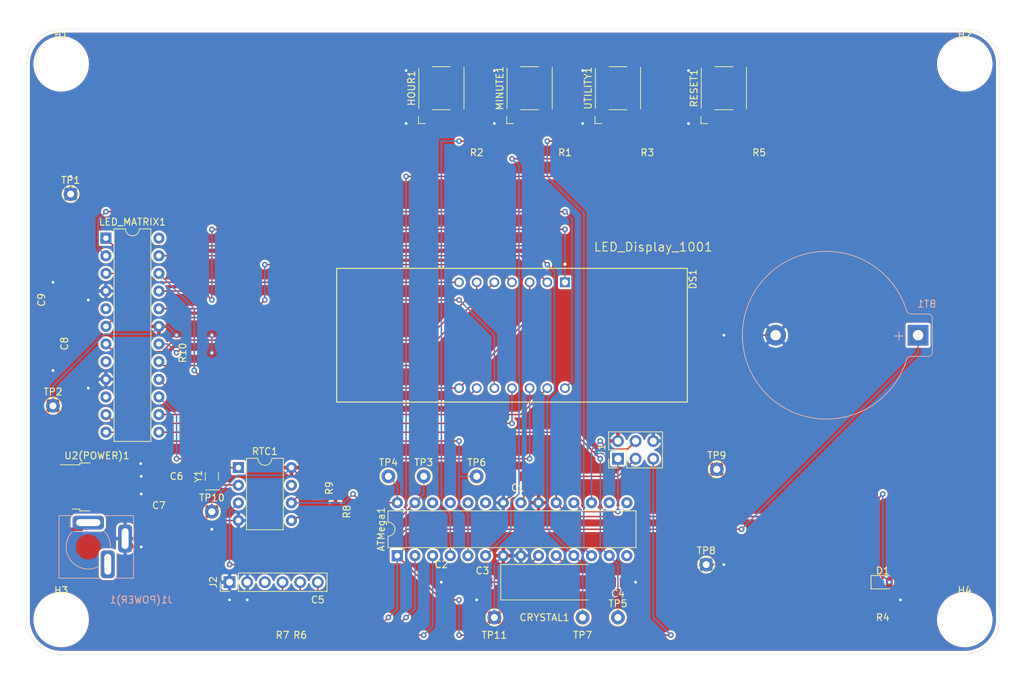
<source format=kicad_pcb>
(kicad_pcb (version 20211014) (generator pcbnew)
  (layers (0 "F.Cu" signal) (31 "B.Cu" signal) (34 "B.Paste" user) (35 "F.Paste" user) (36 "B.SilkS" user "B.Silkscreen") (37 "F.SilkS" user "F.Silkscreen") (38 "B.Mask" user) (39 "F.Mask" user) (44 "Edge.Cuts" user))
  (net 0 "")
  (net 1 "Net-(ATMega1-Pad9)")
  (net 2 "GND")
  (net 3 "VCC")
  (net 4 "Net-(ATMega1-Pad10)")
  (net 5 "Net-(ATMega1-Pad21)")
  (net 6 "~{RESET}")
  (net 7 "Net-(C5-Pad2)")
  (net 8 "Net-(C6-Pad1)")
  (net 9 "Net-(D1-Pad1)")
  (net 10 "LED_SCK")
  (net 11 "Net-(J2-Pad5)")
  (net 12 "Net-(J2-Pad4)")
  (net 14 "MINUTE_BUTTON")
  (net 15 "HOUR_BUTTON")
  (net 16 "BUTTON")
  (net 17 "RXD")
  (net 18 "TXD")
  (net 19 "MATRIX_CS")
  (net 20 "MATRIX_DIN")
  (net 21 "MATRIX_CLK")
  (net 22 "SDA")
  (net 23 "SCL")
  (net 37 "Net-(BT1-Pad1)")
  (net 38 "Net-(DS1-Pad1)")
  (net 39 "Net-(DS1-Pad2)")
  (net 40 "Net-(DS1-Pad3)")
  (net 41 "Net-(DS1-Pad4)")
  (net 42 "Net-(DS1-Pad5)")
  (net 43 "Net-(DS1-Pad6)")
  (net 44 "Net-(DS1-Pad7)")
  (net 45 "Net-(DS1-Pad9)")
  (net 46 "Net-(DS1-Pad10)")
  (net 47 "Net-(DS1-Pad11)")
  (net 48 "Net-(DS1-Pad12)")
  (net 49 "Net-(DS1-Pad13)")
  (net 50 "Net-(DS1-Pad14)")
  (net 51 "Net-(LED_MATRIX1-Pad18)")
  (net 52 "Net-(RTC1-Pad1)")
  (net 53 "Net-(RTC1-Pad2)")
  (net 54 "MISO")
  (net 55 "MOSI")
  (footprint "footprints:R_0805_2012Metric" (layer "F.Cu") (at 119.38 139.7 -90)
    (fp_text reference "R6")
    (fp_text value "R_0805_47")
  )
  (footprint "footprints:MountingHole_3.2mm_M3" (layer "F.Cu") (at 215 140)
    (fp_text reference "H4")
    (fp_text value "MountingHole")
  )
  (footprint "footprints:C_0805_2012Metric" (layer "F.Cu") (at 145.61 134.62)
    (fp_text reference "C3")
    (fp_text value "C_0805_22pf")
  )
  (footprint "footprints:C_0805_2012Metric" (layer "F.Cu") (at 99.06 121.92 180)
    (fp_text reference "C7")
    (fp_text value "C_0805_0.1uf")
  )
  (footprint "footprints:C_0805_2012Metric" (layer "F.Cu") (at 150.71 119.38 180)
    (fp_text reference "C1")
    (fp_text value "C_0805_0.1uf")
  )
  (footprint "footprints:R_0805_2012Metric" (layer "F.Cu") (at 116.84 139.7 -90)
    (fp_text reference "R7")
    (fp_text value "R_0805_47")
  )
  (footprint "footprints:R_0805_2012Metric" (layer "F.Cu") (at 104.14 101.6 90)
    (fp_text reference "R10")
    (fp_text value "R_0805_22K")
  )
  (footprint "footprints:R_0805_2012Metric" (layer "F.Cu") (at 169.33 71.12 180)
    (fp_text reference "R3")
    (fp_text value "R_0805_10K")
  )
  (footprint "footprints:R_0805_2012Metric" (layer "F.Cu") (at 203.2 137.16)
    (fp_text reference "R4")
    (fp_text value "R_0805_2.2K")
  )
  (footprint "footprints:TO-252-2" (layer "F.Cu") (at 90.15 120.905)
    (fp_text reference "U2(POWER)1")
    (fp_text value "L7805")
  )
  (footprint "footprints:DIP-24_W7.62mm" (layer "F.Cu") (at 91.44 85.085)
    (fp_text reference "LED_MATRIX1")
    (fp_text value "MAX7219")
  )
  (footprint "footprints:DIP-8_W7.62mm" (layer "F.Cu") (at 110.5 118.12)
    (fp_text reference "RTC1")
    (fp_text value "DS1307_DIP-8")
  )
  (footprint "footprints:TestPoint_THTPad_D2.0mm_Drill1.0mm" (layer "F.Cu") (at 177.8 132.08)
    (fp_text reference "TP8")
    (fp_text value "TestPoint")
  )
  (footprint "footprints:TestPoint_THTPad_D2.0mm_Drill1.0mm" (layer "F.Cu") (at 132.08 119.38)
    (fp_text reference "TP4")
    (fp_text value "TestPoint")
  )
  (footprint "footprints:MountingHole_3.2mm_M3" (layer "F.Cu") (at 215 60)
    (fp_text reference "H2")
    (fp_text value "MountingHole")
  )
  (footprint "footprints:MountingHole_3.2mm_M3" (layer "F.Cu") (at 85 140)
    (fp_text reference "H3")
    (fp_text value "MountingHole")
  )
  (footprint "footprints:C_0805_2012Metric" (layer "F.Cu") (at 121.92 139.7 90)
    (fp_text reference "C5")
    (fp_text value "C_0805_0.1uf")
  )
  (footprint "footprints:TestPoint_THTPad_D2.0mm_Drill1.0mm" (layer "F.Cu") (at 179.325 118.365)
    (fp_text reference "TP9")
    (fp_text value "TestPoint")
  )
  (footprint "footprints:TestPoint_THTPad_D2.0mm_Drill1.0mm" (layer "F.Cu") (at 144.78 119.38)
    (fp_text reference "TP6")
    (fp_text value "TestPoint")
  )
  (footprint "footprints:TestPoint_THTPad_D2.0mm_Drill1.0mm" (layer "F.Cu") (at 83.82 109.22)
    (fp_text reference "TP2")
    (fp_text value "TestPoint")
  )
  (footprint "footprints:R_0805_2012Metric" (layer "F.Cu") (at 124.46 124.46 -90)
    (fp_text reference "R8")
    (fp_text value "R_0805_4.7K")
  )
  (footprint "footprints:C_0805_2012Metric" (layer "F.Cu") (at 83.82 93.98 90)
    (fp_text reference "C9")
    (fp_text value "C_0805_10uf")
  )
  (footprint "footprints:TestPoint_THTPad_D2.0mm_Drill1.0mm" (layer "F.Cu") (at 106.68 124.46)
    (fp_text reference "TP10")
    (fp_text value "TestPoint")
  )
  (footprint "footprints:PinHeader_1x06_P2.54mm_Vertical" (layer "F.Cu") (at 109.22 134.62 90)
    (fp_text reference "J2")
    (fp_text value "Conn_01x06")
  )
  (footprint "footprints:MountingHole_3.2mm_M3" (layer "F.Cu") (at 85 60)
    (fp_text reference "H1")
    (fp_text value "MountingHole")
  )
  (footprint "footprints:C_0805_2012Metric" (layer "F.Cu") (at 165.1 134.62 180)
    (fp_text reference "C4")
    (fp_text value "C_0805_22pf")
  )
  (footprint "footprints:TestPoint_THTPad_D2.0mm_Drill1.0mm" (layer "F.Cu") (at 160.02 139.7)
    (fp_text reference "TP7")
    (fp_text value "TestPoint")
  )
  (footprint "footprints:SW_SPST_Omron_B3FS-100xP" (layer "F.Cu") (at 139.7 63.5 90)
    (fp_text reference "HOUR1")
    (fp_text value "Omron_B3F_SPST")
  )
  (footprint "footprints:C_0805_2012Metric" (layer "F.Cu") (at 83.82 100.276922 -90)
    (fp_text reference "C8")
    (fp_text value "C_0805_0.1uf")
  )
  (footprint "footprints:R_0805_2012Metric" (layer "F.Cu") (at 157.48 71.12 180)
    (fp_text reference "R1")
    (fp_text value "R_0805_10K")
  )
  (footprint "footprints:R_0805_2012Metric" (layer "F.Cu") (at 185.42 71.12 180)
    (fp_text reference "R5")
    (fp_text value "R_0805_10K")
  )
  (footprint "footprints:DIP-28_W7.62mm" (layer "F.Cu") (at 133.36 130.8 90)
    (fp_text reference "ATMega1")
    (fp_text value "ATmega328-PU")
  )
  (footprint "footprints:PinHeader_2x03_P2.54mm_Vertical" (layer "F.Cu") (at 165.1 116.84 90)
    (fp_text reference "J1")
    (fp_text value "Conn_02x03_Odd_Even")
  )
  (footprint "footprints:SW_SPST_Omron_B3FS-100xP" (layer "F.Cu") (at 165.1 63.5 90)
    (fp_text reference "UTILITY1")
    (fp_text value "Omron_B3F_SPST")
  )
  (footprint "footprints:LED_0805_2012Metric" (layer "F.Cu") (at 203.2 134.62)
    (fp_text reference "D1")
    (fp_text value "LED_0805")
  )
  (footprint "footprints:TestPoint_THTPad_D2.0mm_Drill1.0mm" (layer "F.Cu") (at 86.36 78.74)
    (fp_text reference "TP1")
    (fp_text value "TestPoint")
  )
  (footprint "footprints:R_0805_2012Metric" (layer "F.Cu") (at 144.78 71.12 180)
    (fp_text reference "R2")
    (fp_text value "R_0805_10K")
  )
  (footprint "footprints:SW_SPST_Omron_B3FS-100xP" (layer "F.Cu") (at 180.34 63.5 90)
    (fp_text reference "RESET1")
    (fp_text value "Omron_B3F_SPST")
  )
  (footprint "footprints:Adafruit-1001-0-0-MFG" (layer "F.Cu") (at 149.86 99.06 -90)
    (fp_text reference "DS1")
    (fp_text value "LED_Display_1001")
  )
  (footprint "footprints:SW_SPST_Omron_B3FS-100xP" (layer "F.Cu") (at 152.4 63.5 90)
    (fp_text reference "MINUTE1")
    (fp_text value "Omron_B3F_SPST")
  )
  (footprint "footprints:R_0805_2012Metric" (layer "F.Cu") (at 121.92 121.07 -90)
    (fp_text reference "R9")
    (fp_text value "R_0805_4.7K")
  )
  (footprint "footprints:Crystal_SMD_2Pin_3.2x1.5mm" (layer "F.Cu") (at 106.68 119.38 90)
    (fp_text reference "Y1")
    (fp_text value "Crystal_32768Hz")
  )
  (footprint "footprints:C_0805_2012Metric" (layer "F.Cu") (at 99.06 119.38 180)
    (fp_text reference "C6")
    (fp_text value "C_0805_1uf")
  )
  (footprint "footprints:C_0805_2012Metric" (layer "F.Cu") (at 142.24 134.62 -90)
    (fp_text reference "C2")
    (fp_text value "C_0805_0.1uf")
  )
  (footprint "footprints:TestPoint_THTPad_D2.0mm_Drill1.0mm" (layer "F.Cu") (at 137.16 119.38)
    (fp_text reference "TP3")
    (fp_text value "TestPoint")
  )
  (footprint "footprints:TestPoint_THTPad_D2.0mm_Drill1.0mm" (layer "F.Cu") (at 165.1 139.7)
    (fp_text reference "TP5")
    (fp_text value "TestPoint")
  )
  (footprint "footprints:Crystal_SMD_HC49-SD" (layer "F.Cu") (at 154.94 134.62)
    (fp_text reference "CRYSTAL1")
    (fp_text value "Crystal_16MHz")
  )
  (footprint "footprints:TestPoint_THTPad_D2.0mm_Drill1.0mm" (layer "F.Cu") (at 147.32 139.7)
    (fp_text reference "TP11")
    (fp_text value "TestPoint")
  )
  (footprint "footprints:Wurth-694106402002" (layer "B.Cu") (at 88.9 129.54 -90)
    (fp_text reference "J1(POWER)1")
    (fp_text value "PJ-102AH" hide)
  )
  (footprint "footprints:BatteryHolder_Keystone_106_1x20mm" (layer "B.Cu") (at 208.28 99.06 180)
    (fp_text reference "BT1")
    (fp_text value "Battery_Cell")
  )
  (gr_line locked (start 220 60) (end 220 140) (layer "Edge.Cuts") (width 0.05))
  (gr_line locked (start 80 60) (end 80 140) (layer "Edge.Cuts") (width 0.05))
  (gr_arc locked (start 80 60) (mid 81.464466 56.464466) (end 85 55) (layer "Edge.Cuts") (width 0.05))
  (gr_arc locked (start 85 145) (mid 81.464466 143.535534) (end 80 140) (layer "Edge.Cuts") (width 0.05))
  (gr_arc locked (start 220 140) (mid 218.535534 143.535534) (end 215 145) (layer "Edge.Cuts") (width 0.05))
  (gr_line locked (start 215 55) (end 85 55) (layer "Edge.Cuts") (width 0.05))
  (gr_arc locked (start 215 55) (mid 218.535534 56.464466) (end 220 60) (layer "Edge.Cuts") (width 0.05))
  (gr_line locked (start 215 145) (end 85 145) (layer "Edge.Cuts") (width 0.05))
  (gr_text "LIL BEN" (at 200.66 68.58) (layer "F.Cu") (effects (font (size 1.5 1.5) (thickness 0.3))))
  (segment (start 150.69 134.62) (end 150.69 133.79) (width 0.2032) (layer "F.Cu") (net 1))
  (segment (start 146.46 134.62) (end 150.69 134.62) (width 0.2032) (layer "F.Cu") (net 1))
  (segment (start 150.69 133.79) (end 153.68 130.8) (width 0.2032) (layer "F.Cu") (net 1))
  (segment (start 98.21 119.38) (end 96.442459 117.612459) (width 0.2032) (layer "F.Cu") (net 2))
  (segment (start 91.44 92.705) (end 90.175 92.705) (width 0.2032) (layer "F.Cu") (net 2))
  (segment (start 149.86 121.92) (end 148.6 123.18) (width 0.2032) (layer "F.Cu") (net 2))
  (segment (start 187.79 99.06) (end 180.34 99.06) (width 0.2032) (layer "F.Cu") (net 2))
  (segment (start 144.76 137.14) (end 144.78 137.16) (width 0.2032) (layer "F.Cu") (net 2))
  (segment (start 204.05 137.16) (end 205.74 137.16) (width 0.2032) (layer "F.Cu") (net 2))
  (segment (start 111.76 134.62) (end 111.76 137.16) (width 0.2032) (layer "F.Cu") (net 2))
  (segment (start 135.7 67.5) (end 134.62 68.58) (width 0.2032) (layer "F.Cu") (net 2))
  (segment (start 90.175 105.405) (end 88.9 106.68) (width 0.2032) (layer "F.Cu") (net 2))
  (segment (start 137.45 59.5) (end 136.08 59.5) (width 0.2032) (layer "F.Cu") (net 2))
  (segment (start 110.5 125.74) (end 107.94 125.74) (width 0.2032) (layer "F.Cu") (net 2))
  (segment (start 142.24 135.47) (end 140.55 135.47) (width 0.2032) (layer "F.Cu") (net 2))
  (segment (start 162.85 59.5) (end 161.48 59.5) (width 0.2032) (layer "F.Cu") (net 2))
  (segment (start 90.175 92.705) (end 88.9 93.98) (width 0.2032) (layer "F.Cu") (net 2))
  (segment (start 149.86 119.38) (end 149.86 121.92) (width 0.2032) (layer "F.Cu") (net 2))
  (segment (start 176.34 67.5) (end 175.26 68.58) (width 0.2032) (layer "F.Cu") (net 2))
  (segment (start 177.8 132.08) (end 180.34 132.08) (width 0.2032) (layer "F.Cu") (net 2))
  (segment (start 162.85 67.5) (end 161.1 67.5) (width 0.2032) (layer "F.Cu") (net 2))
  (segment (start 95.400012 129.54) (end 96.52 129.54) (width 0.508) (layer "F.Cu") (net 2))
  (segment (start 136.08 59.5) (end 134.62 60.96) (width 0.2032) (layer "F.Cu") (net 2))
  (segment (start 176.72 59.5) (end 175.26 60.96) (width 0.2032) (layer "F.Cu") (net 2))
  (segment (start 93.774997 119.38) (end 96.52 119.38) (width 0.508) (layer "F.Cu") (net 2))
  (segment (start 178.09 67.5) (end 176.34 67.5) (width 0.2032) (layer "F.Cu") (net 2))
  (segment (start 109.22 134.62) (end 109.22 137.16) (width 0.2032) (layer "F.Cu") (net 2))
  (segment (start 96.442459 117.612459) (end 96.442459 117.5507) (width 0.2032) (layer "F.Cu") (net 2))
  (segment (start 91.44 105.405) (end 90.175 105.405) (width 0.2032) (layer "F.Cu") (net 2))
  (segment (start 137.45 67.5) (end 135.7 67.5) (width 0.2032) (layer "F.Cu") (net 2))
  (segment (start 148.78 59.5) (end 147.32 60.96) (width 0.2032) (layer "F.Cu") (net 2))
  (segment (start 83.82 101.126922) (end 83.82 104.14) (width 0.2032) (layer "F.Cu") (net 2))
  (segment (start 86.36 78.74) (end 86.36 76.2) (width 0.2032) (layer "F.Cu") (net 2))
  (segment locked (start 98.209989 121.92) (end 96.52 121.92) (width 0.508) (layer "F.Cu") (net 2))
  (segment (start 178.09 59.5) (end 176.72 59.5) (width 0.2032) (layer "F.Cu") (net 2))
  (segment (start 165.95 134.62) (end 167.64 134.62) (width 0.2032) (layer "F.Cu") (net 2))
  (segment (start 161.1 67.5) (end 160.02 68.58) (width 0.2032) (layer "F.Cu") (net 2))
  (segment (start 161.48 59.5) (end 160.02 60.96) (width 0.2032) (layer "F.Cu") (net 2))
  (segment (start 83.82 93.13) (end 83.82 91.44) (width 0.2032) (layer "F.Cu") (net 2))
  (segment (start 150.15 67.5) (end 148.4 67.5) (width 0.2032) (layer "F.Cu") (net 2))
  (segment (start 148.4 67.5) (end 147.32 68.58) (width 0.2032) (layer "F.Cu") (net 2))
  (segment (start 94.199989 128.340002) (end 95.400012 129.54) (width 0.508) (layer "F.Cu") (net 2))
  (segment (start 150.15 59.5) (end 148.78 59.5) (width 0.2032) (layer "F.Cu") (net 2))
  (segment (start 144.76 134.62) (end 144.76 137.14) (width 0.2032) (layer "F.Cu") (net 2))
  (segment (start 107.94 125.74) (end 106.68 127) (width 0.2032) (layer "F.Cu") (net 2))
  (segment (start 140.55 135.47) (end 139.7 134.62) (width 0.2032) (layer "F.Cu") (net 2))
  (segment (start 92.25 120.905) (end 93.775 119.38) (width 0.2032) (layer "F.Cu") (net 2))
  (via (at 180.34 99.06) (size 0.8128) (drill 0.4064) (layers "F.Cu" "B.Cu") (net 2))
  (via (at 83.82 104.14) (size 0.8128) (drill 0.4064) (layers "F.Cu" "B.Cu") (net 2))
  (via (at 134.62 68.58) (size 0.8128) (drill 0.4064) (layers "F.Cu" "B.Cu") (net 2))
  (via (at 96.52 119.38) (size 0.8128) (drill 0.4064) (layers "F.Cu" "B.Cu") (net 2))
  (via (at 96.442459 117.5507) (size 0.8128) (drill 0.4064) (layers "F.Cu" "B.Cu") (net 2))
  (via (at 147.32 60.96) (size 0.8128) (drill 0.4064) (layers "F.Cu" "B.Cu") (net 2))
  (via (at 109.22 137.16) (size 0.8128) (drill 0.4064) (layers "F.Cu" "B.Cu") (net 2))
  (via (at 175.26 60.96) (size 0.8128) (drill 0.4064) (layers "F.Cu" "B.Cu") (net 2))
  (via (at 88.9 93.98) (size 0.8128) (drill 0.4064) (layers "F.Cu" "B.Cu") (net 2))
  (via (at 139.7 134.62) (size 0.8128) (drill 0.4064) (layers "F.Cu" "B.Cu") (net 2))
  (via (at 144.78 137.16) (size 0.8128) (drill 0.4064) (layers "F.Cu" "B.Cu") (net 2))
  (via (at 160.02 60.96) (size 0.8128) (drill 0.4064) (layers "F.Cu" "B.Cu") (net 2))
  (via (at 134.62 60.96) (size 0.8128) (drill 0.4064) (layers "F.Cu" "B.Cu") (net 2))
  (via (at 160.02 68.58) (size 0.8128) (drill 0.4064) (layers "F.Cu" "B.Cu") (net 2))
  (via (at 147.32 68.58) (size 0.8128) (drill 0.4064) (layers "F.Cu" "B.Cu") (net 2))
  (via (at 167.64 134.62) (size 0.8128) (drill 0.4064) (layers "F.Cu" "B.Cu") (net 2))
  (via (at 96.52 129.54) (size 0.8128) (drill 0.4064) (layers "F.Cu" "B.Cu") (net 2))
  (via (at 180.34 132.08) (size 0.8128) (drill 0.4064) (layers "F.Cu" "B.Cu") (net 2))
  (via (at 88.9 106.68) (size 0.8128) (drill 0.4064) (layers "F.Cu" "B.Cu") (net 2))
  (via (at 111.76 137.16) (size 0.8128) (drill 0.4064) (layers "F.Cu" "B.Cu") (net 2))
  (via (at 83.82 91.44) (size 0.8128) (drill 0.4064) (layers "F.Cu" "B.Cu") (net 2))
  (via (at 96.52 121.92) (size 0.8128) (drill 0.4064) (layers "F.Cu" "B.Cu") (net 2))
  (via (at 86.36 76.2) (size 0.8128) (drill 0.4064) (layers "F.Cu" "B.Cu") (net 2))
  (via (at 106.68 127) (size 0.8128) (drill 0.4064) (layers "F.Cu" "B.Cu") (net 2))
  (via (at 205.74 137.16) (size 0.8128) (drill 0.4064) (layers "F.Cu" "B.Cu") (net 2))
  (via (at 175.26 68.58) (size 0.8128) (drill 0.4064) (layers "F.Cu" "B.Cu") (net 2))
  (segment (start 144.105689 131.904311) (end 147.495689 131.904311) (width 0.2032) (layer "F.Cu") (net 3))
  (segment (start 106.68 99.06) (end 101.6 99.06) (width 0.2032) (layer "F.Cu") (net 3))
  (segment (start 142.24 133.77) (end 144.105689 131.904311) (width 0.2032) (layer "F.Cu") (net 3))
  (segment (start 105.83 102.45) (end 106.68 101.6) (width 0.2032) (layer "F.Cu") (net 3))
  (segment (start 120.22 120.22) (end 118.12 118.12) (width 0.2032) (layer "F.Cu") (net 3))
  (segment (start 147.495689 131.904311) (end 148.6 130.8) (width 0.2032) (layer "F.Cu") (net 3))
  (segment (start 121.92 120.22) (end 120.22 120.22) (width 0.2032) (layer "F.Cu") (net 3))
  (segment (start 123.2 118.12) (end 118.12 118.12) (width 0.2032) (layer "F.Cu") (net 3))
  (segment (start 124.46 123.61) (end 124.46 119.38) (width 0.2032) (layer "F.Cu") (net 3))
  (segment (start 124.46 119.38) (end 123.2 118.12) (width 0.2032) (layer "F.Cu") (net 3))
  (segment (start 104.14 102.45) (end 105.83 102.45) (width 0.2032) (layer "F.Cu") (net 3))
  (via (at 106.68 99.06) (size 0.8128) (drill 0.4064) (layers "F.Cu" "B.Cu") (net 3))
  (via (at 106.68 101.6) (size 0.8128) (drill 0.4064) (layers "F.Cu" "B.Cu") (net 3))
  (via (at 101.6 99.06) (size 0.8128) (drill 0.4064) (layers "F.Cu" "B.Cu") (net 3))
  (segment (start 83.82 109.22) (end 83.82 106.383267) (width 0.2032) (layer "B.Cu") (net 3))
  (segment (start 91.313956 98.889311) (end 97.955689 98.889311) (width 0.2032) (layer "B.Cu") (net 3))
  (segment (start 117.015689 119.224311) (end 118.12 118.12) (width 0.2032) (layer "B.Cu") (net 3))
  (segment (start 106.68 122.918267) (end 110.373956 119.224311) (width 0.2032) (layer "B.Cu") (net 3))
  (segment (start 110.373956 119.224311) (end 117.015689 119.224311) (width 0.2032) (layer "B.Cu") (net 3))
  (segment (start 99.06 97.785) (end 100.325 97.785) (width 0.2032) (layer "B.Cu") (net 3))
  (segment (start 147.32 132.08) (end 148.6 130.8) (width 0.2032) (layer "B.Cu") (net 3))
  (segment (start 100.325 97.785) (end 101.6 99.06) (width 0.2032) (layer "B.Cu") (net 3))
  (segment (start 147.32 139.7) (end 147.32 132.08) (width 0.2032) (layer "B.Cu") (net 3))
  (segment (start 97.955689 98.889311) (end 99.06 97.785) (width 0.2032) (layer "B.Cu") (net 3))
  (segment (start 106.68 101.6) (end 106.68 99.06) (width 0.2032) (layer "B.Cu") (net 3))
  (segment (start 106.68 124.46) (end 106.68 122.918267) (width 0.2032) (layer "B.Cu") (net 3))
  (segment (start 83.82 106.383267) (end 91.313956 98.889311) (width 0.2032) (layer "B.Cu") (net 3))
  (segment (start 159.19 134.62) (end 159.19 133.77) (width 0.2032) (layer "F.Cu") (net 4))
  (segment (start 159.19 133.77) (end 156.22 130.8) (width 0.2032) (layer "F.Cu") (net 4))
  (segment (start 159.19 134.62) (end 164.25 134.62) (width 0.2032) (layer "F.Cu") (net 4))
  (segment (start 151.56 122.76) (end 151.14 123.18) (width 0.2032) (layer "F.Cu") (net 5))
  (segment (start 151.56 119.38) (end 151.56 122.76) (width 0.2032) (layer "F.Cu") (net 5))
  (segment (start 180.34 76.2) (end 134.62 76.2) (width 0.2032) (layer "F.Cu") (net 6))
  (segment (start 172.72 142.24) (end 142.24 142.24) (width 0.2032) (layer "F.Cu") (net 6))
  (segment (start 184.57 71.97) (end 180.34 76.2) (width 0.2032) (layer "F.Cu") (net 6))
  (segment (start 142.24 137.16) (end 139.72 137.16) (width 0.2032) (layer "F.Cu") (net 6))
  (segment (start 182.59 59.5) (end 182.59 67.5) (width 0.2032) (layer "F.Cu") (net 6))
  (segment (start 182.59 67.5) (end 182.59 69.14) (width 0.2032) (layer "F.Cu") (net 6))
  (segment (start 184.57 71.12) (end 184.57 71.97) (width 0.2032) (layer "F.Cu") (net 6))
  (segment (start 131.23 140.55) (end 132.08 139.7) (width 0.2032) (layer "F.Cu") (net 6))
  (segment (start 182.59 69.14) (end 184.57 71.12) (width 0.2032) (layer "F.Cu") (net 6))
  (segment (start 139.72 137.16) (end 133.36 130.8) (width 0.2032) (layer "F.Cu") (net 6))
  (segment (start 121.92 140.55) (end 131.23 140.55) (width 0.2032) (layer "F.Cu") (net 6))
  (via (at 134.62 76.2) (size 0.8128) (drill 0.4064) (layers "F.Cu" "B.Cu") (net 6))
  (via (at 132.08 139.7) (size 0.8128) (drill 0.4064) (layers "F.Cu" "B.Cu") (net 6))
  (via (at 142.24 142.24) (size 0.8128) (drill 0.4064) (layers "F.Cu" "B.Cu") (net 6))
  (via (at 172.72 142.24) (size 0.8128) (drill 0.4064) (layers "F.Cu" "B.Cu") (net 6))
  (via (at 142.24 137.16) (size 0.8128) (drill 0.4064) (layers "F.Cu" "B.Cu") (net 6))
  (segment (start 132.08 139.7) (end 133.36 138.42) (width 0.2032) (layer "B.Cu") (net 6))
  (segment (start 142.24 142.24) (end 142.24 137.16) (width 0.2032) (layer "B.Cu") (net 6))
  (segment (start 134.62 129.54) (end 133.36 130.8) (width 0.2032) (layer "B.Cu") (net 6))
  (segment (start 134.62 76.2) (end 134.62 129.54) (width 0.2032) (layer "B.Cu") (net 6))
  (segment (start 170.18 139.7) (end 172.72 142.24) (width 0.2032) (layer "B.Cu") (net 6))
  (segment (start 133.36 138.42) (end 133.36 130.8) (width 0.2032) (layer "B.Cu") (net 6))
  (segment (start 170.18 116.84) (end 170.18 139.7) (width 0.2032) (layer "B.Cu") (net 6))
  (segment (start 121.92 138.85) (end 121.92 134.62) (width 0.2032) (layer "F.Cu") (net 7))
  (segment (start 87.94 127) (end 88.9 126.04) (width 0.508) (layer "F.Cu") (net 8))
  (segment (start 83.82 127) (end 87.94 127) (width 0.508) (layer "F.Cu") (net 8))
  (segment (start 86.36 114.3) (end 85.95 114.71) (width 0.2032) (layer "F.Cu") (net 8))
  (segment locked (start 85.949993 118.62501) (end 84.57499 118.62501) (width 0.508) (layer "F.Cu") (net 8))
  (segment (start 94.955 114.3) (end 86.36 114.3) (width 0.2032) (layer "F.Cu") (net 8))
  (segment (start 99.91 119.38) (end 99.91 119.255) (width 0.2032) (layer "F.Cu") (net 8))
  (segment (start 99.91 119.255) (end 94.955 114.3) (width 0.2032) (layer "F.Cu") (net 8))
  (segment locked (start 84.57499 118.62501) (end 83.82 119.38) (width 0.508) (layer "F.Cu") (net 8))
  (segment locked (start 83.82 119.38) (end 83.82 127) (width 0.508) (layer "F.Cu") (net 8))
  (segment (start 85.95 114.71) (end 85.95 118.625) (width 0.2032) (layer "F.Cu") (net 8))
  (segment locked (start 202.35 137.16) (end 202.35 134.7075) (width 0.2032) (layer "F.Cu") (net 9))
  (segment (start 202.35 134.7075) (end 202.2625 134.62) (width 0.2032) (layer "F.Cu") (net 9))
  (segment (start 156.22 120.64) (end 156.22 123.18) (width 0.2032) (layer "F.Cu") (net 10))
  (segment (start 157.48 119.38) (end 156.22 120.64) (width 0.2032) (layer "F.Cu") (net 10))
  (segment (start 156.22 123.18) (end 158.210701 125.170701) (width 0.2032) (layer "F.Cu") (net 10))
  (segment (start 167.64 116.84) (end 165.1 119.38) (width 0.2032) (layer "F.Cu") (net 10))
  (segment (start 165.1 119.38) (end 157.48 119.38) (width 0.2032) (layer "F.Cu") (net 10))
  (segment (start 158.210701 125.170701) (end 199.949299 125.170701) (width 0.2032) (layer "F.Cu") (net 10))
  (segment (start 199.949299 125.170701) (end 203.2 121.92) (width 0.2032) (layer "F.Cu") (net 10))
  (via (at 203.2 121.92) (size 0.8128) (drill 0.4064) (layers "F.Cu" "B.Cu") (net 10))
  (via (at 204.1375 134.62) (size 0.8128) (drill 0.4064) (layers "F.Cu" "B.Cu") (net 10))
  (segment (start 203.2 121.92) (end 203.2 133.6825) (width 0.2032) (layer "B.Cu") (net 10))
  (segment (start 203.2 133.6825) (end 204.1375 134.62) (width 0.2032) (layer "B.Cu") (net 10))
  (segment (start 119.38 138.85) (end 119.38 134.62) (width 0.2032) (layer "F.Cu") (net 11))
  (segment (start 116.84 138.85) (end 116.84 134.62) (width 0.2032) (layer "F.Cu") (net 12))
  (segment (start 154.65 59.5) (end 154.65 67.5) (width 0.2032) (layer "F.Cu") (net 14))
  (segment (start 156.63 71.12) (end 156.63 69.48) (width 0.2032) (layer "F.Cu") (net 14))
  (segment (start 156.63 71.12) (end 154.94 71.12) (width 0.2032) (layer "F.Cu") (net 14))
  (segment (start 156.63 69.48) (end 154.65 67.5) (width 0.2032) (layer "F.Cu") (net 14))
  (via (at 154.94 71.12) (size 0.8128) (drill 0.4064) (layers "F.Cu" "B.Cu") (net 14))
  (segment (start 160.195689 129.695689) (end 161.3 130.8) (width 0.2032) (layer "B.Cu") (net 14))
  (segment (start 154.94 71.12) (end 154.94 76.2) (width 0.2032) (layer "B.Cu") (net 14))
  (segment (start 160.195689 81.455689) (end 160.195689 129.695689) (width 0.2032) (layer "B.Cu") (net 14))
  (segment (start 154.94 76.2) (end 160.195689 81.455689) (width 0.2032) (layer "B.Cu") (net 14))
  (segment (start 143.93 71.12) (end 143.93 69.48) (width 0.2032) (layer "F.Cu") (net 15))
  (segment (start 141.95 59.5) (end 141.95 67.5) (width 0.2032) (layer "F.Cu") (net 15))
  (segment (start 143.93 71.12) (end 142.24 71.12) (width 0.2032) (layer "F.Cu") (net 15))
  (segment (start 143.93 69.48) (end 141.95 67.5) (width 0.2032) (layer "F.Cu") (net 15))
  (via (at 142.24 71.12) (size 0.8128) (drill 0.4064) (layers "F.Cu" "B.Cu") (net 15))
  (segment (start 142.24 71.12) (end 139.7 71.12) (width 0.2032) (layer "B.Cu") (net 15))
  (segment (start 139.7 71.12) (end 139.7 123.461733) (width 0.2032) (layer "B.Cu") (net 15))
  (segment (start 140.98 124.741733) (end 140.98 130.8) (width 0.2032) (layer "B.Cu") (net 15))
  (segment (start 139.7 123.461733) (end 140.98 124.741733) (width 0.2032) (layer "B.Cu") (net 15))
  (segment (start 168.48 71.12) (end 162.56 71.12) (width 0.2032) (layer "F.Cu") (net 16))
  (segment (start 168.48 68.63) (end 167.35 67.5) (width 0.2032) (layer "F.Cu") (net 16))
  (segment (start 167.35 59.5) (end 167.35 67.5) (width 0.2032) (layer "F.Cu") (net 16))
  (segment (start 160.02 73.66) (end 149.86 73.66) (width 0.2032) (layer "F.Cu") (net 16))
  (segment (start 168.48 71.12) (end 168.48 68.63) (width 0.2032) (layer "F.Cu") (net 16))
  (segment (start 162.56 71.12) (end 160.02 73.66) (width 0.2032) (layer "F.Cu") (net 16))
  (via (at 149.86 73.66) (size 0.8128) (drill 0.4064) (layers "F.Cu" "B.Cu") (net 16))
  (segment (start 149.704311 127.155689) (end 146.06 130.8) (width 0.2032) (layer "B.Cu") (net 16))
  (segment (start 149.704311 123.053956) (end 149.704311 127.155689) (width 0.2032) (layer "B.Cu") (net 16))
  (segment (start 150.864311 74.664311) (end 150.864311 121.893956) (width 0.2032) (layer "B.Cu") (net 16))
  (segment (start 150.864311 121.893956) (end 149.704311 123.053956) (width 0.2032) (layer "B.Cu") (net 16))
  (segment (start 149.86 73.66) (end 150.864311 74.664311) (width 0.2032) (layer "B.Cu") (net 16))
  (segment (start 132.890689 141.429311) (end 134.62 139.7) (width 0.2032) (layer "F.Cu") (net 17))
  (segment (start 120.259311 141.429311) (end 132.890689 141.429311) (width 0.2032) (layer "F.Cu") (net 17))
  (segment (start 119.38 140.55) (end 120.259311 141.429311) (width 0.2032) (layer "F.Cu") (net 17))
  (via (at 134.62 139.7) (size 0.8128) (drill 0.4064) (layers "F.Cu" "B.Cu") (net 17))
  (segment (start 134.62 139.7) (end 135.9 138.42) (width 0.2032) (layer "B.Cu") (net 17))
  (segment (start 135.9 138.42) (end 135.9 130.8) (width 0.2032) (layer "B.Cu") (net 17))
  (segment (start 118.53 142.24) (end 137.16 142.24) (width 0.2032) (layer "F.Cu") (net 18))
  (segment (start 116.84 140.55) (end 118.53 142.24) (width 0.2032) (layer "F.Cu") (net 18))
  (via (at 137.16 142.24) (size 0.8128) (drill 0.4064) (layers "F.Cu" "B.Cu") (net 18))
  (segment (start 138.44 140.96) (end 138.44 130.8) (width 0.2032) (layer "B.Cu") (net 18))
  (segment (start 137.16 142.24) (end 138.44 140.96) (width 0.2032) (layer "B.Cu") (net 18))
  (segment (start 95.529044 114.3) (end 142.24 114.3) (width 0.2032) (layer "F.Cu") (net 19))
  (segment (start 91.44 113.025) (end 94.254044 113.025) (width 0.2032) (layer "F.Cu") (net 19))
  (segment (start 94.254044 113.025) (end 95.529044 114.3) (width 0.2032) (layer "F.Cu") (net 19))
  (via (at 142.24 114.3) (size 0.8128) (drill 0.4064) (layers "F.Cu" "B.Cu") (net 19))
  (segment (start 144.78 119.38) (end 142.24 119.38) (width 0.2032) (layer "B.Cu") (net 19))
  (segment (start 142.24 123.461733) (end 143.52 124.741733) (width 0.2032) (layer "B.Cu") (net 19))
  (segment (start 142.24 114.3) (end 142.24 123.461733) (width 0.2032) (layer "B.Cu") (net 19))
  (segment (start 143.52 124.741733) (end 143.52 130.8) (width 0.2032) (layer "B.Cu") (net 19))
  (segment (start 91.44 85.085) (end 92.544311 86.189311) (width 0.2032) (layer "F.Cu") (net 20))
  (segment (start 152.229311 86.189311) (end 154.94 88.9) (width 0.2032) (layer "F.Cu") (net 20))
  (segment (start 92.544311 86.189311) (end 152.229311 86.189311) (width 0.2032) (layer "F.Cu") (net 20))
  (via (at 154.94 88.9) (size 0.8128) (drill 0.4064) (layers "F.Cu" "B.Cu") (net 20))
  (segment (start 155.944311 89.904311) (end 154.94 88.9) (width 0.2032) (layer "B.Cu") (net 20))
  (segment (start 154.96 127) (end 154.94 127) (width 0.2032) (layer "B.Cu") (net 20))
  (segment (start 160.02 139.7) (end 160.02 132.06) (width 0.2032) (layer "B.Cu") (net 20))
  (segment (start 155.944311 107.096) (end 155.944311 89.904311) (width 0.2032) (layer "B.Cu") (net 20))
  (segment (start 160.02 132.06) (end 158.76 130.8) (width 0.2032) (layer "B.Cu") (net 20))
  (segment (start 158.76 130.8) (end 154.96 127) (width 0.2032) (layer "B.Cu") (net 20))
  (segment (start 154.94 108.100311) (end 155.944311 107.096) (width 0.2032) (layer "B.Cu") (net 20))
  (segment (start 154.94 127) (end 154.94 108.100311) (width 0.2032) (layer "B.Cu") (net 20))
  (segment (start 158.745 113.025) (end 162.56 116.84) (width 0.2032) (layer "F.Cu") (net 21))
  (segment (start 99.06 113.025) (end 158.745 113.025) (width 0.2032) (layer "F.Cu") (net 21))
  (via (at 162.56 116.84) (size 0.8128) (drill 0.4064) (layers "F.Cu" "B.Cu") (net 21))
  (segment (start 162.56 116.84) (end 162.56 129.52) (width 0.2032) (layer "B.Cu") (net 21))
  (segment (start 165.1 132.06) (end 163.84 130.8) (width 0.2032) (layer "B.Cu") (net 21))
  (segment (start 165.1 139.7) (end 165.1 132.06) (width 0.2032) (layer "B.Cu") (net 21))
  (segment (start 162.56 129.52) (end 163.84 130.8) (width 0.2032) (layer "B.Cu") (net 21))
  (segment (start 135.9 123.18) (end 133.77 125.31) (width 0.2032) (layer "F.Cu") (net 22))
  (segment (start 133.77 125.31) (end 124.46 125.31) (width 0.2032) (layer "F.Cu") (net 22))
  (segment (start 118.55 125.31) (end 118.12 125.74) (width 0.2032) (layer "F.Cu") (net 22))
  (segment (start 124.46 125.31) (end 118.55 125.31) (width 0.2032) (layer "F.Cu") (net 22))
  (segment (start 137.16 119.38) (end 137.16 121.92) (width 0.2032) (layer "B.Cu") (net 22))
  (segment (start 137.16 121.92) (end 135.9 123.18) (width 0.2032) (layer "B.Cu") (net 22))
  (segment (start 133.36 123.18) (end 128.26 123.18) (width 0.2032) (layer "F.Cu") (net 23))
  (segment (start 128.26 123.18) (end 127 121.92) (width 0.2032) (layer "F.Cu") (net 23))
  (segment (start 119.4 121.92) (end 118.12 123.2) (width 0.2032) (layer "F.Cu") (net 23))
  (segment (start 121.92 121.92) (end 119.4 121.92) (width 0.2032) (layer "F.Cu") (net 23))
  (via (at 127 121.92) (size 0.8128) (drill 0.4064) (layers "F.Cu" "B.Cu") (net 23))
  (segment (start 127 121.92) (end 125.72 123.2) (width 0.2032) (layer "B.Cu") (net 23))
  (segment (start 133.36 120.66) (end 133.36 123.18) (width 0.2032) (layer "B.Cu") (net 23))
  (segment (start 132.08 119.38) (end 133.36 120.66) (width 0.2032) (layer "B.Cu") (net 23))
  (segment (start 125.72 123.2) (end 118.12 123.2) (width 0.2032) (layer "B.Cu") (net 23))
  (segment (start 129.54 132.08) (end 109.22 132.08) (width 0.2032) (layer "F.Cu") (net 37))
  (segment (start 182.88 127) (end 134.62 127) (width 0.2032) (layer "F.Cu") (net 37))
  (segment (start 134.62 127) (end 129.54 132.08) (width 0.2032) (layer "F.Cu") (net 37))
  (via (at 182.88 127) (size 0.8128) (drill 0.4064) (layers "F.Cu" "B.Cu") (net 37))
  (via (at 109.22 132.08) (size 0.8128) (drill 0.4064) (layers "F.Cu" "B.Cu") (net 37))
  (segment (start 109.22 132.08) (end 109.22 124.48) (width 0.2032) (layer "B.Cu") (net 37))
  (segment (start 182.88 127) (end 208.28 101.6) (width 0.2032) (layer "B.Cu") (net 37))
  (segment (start 109.22 124.48) (end 110.5 123.2) (width 0.2032) (layer "B.Cu") (net 37))
  (segment (start 208.28 101.6) (end 208.28 99.06) (width 0.2032) (layer "B.Cu") (net 37))
  (segment (start 106.68 93.98) (end 105.405 92.705) (width 0.2032) (layer "F.Cu") (net 38))
  (segment (start 157.48 83.82) (end 106.68 83.82) (width 0.2032) (layer "F.Cu") (net 38))
  (segment (start 105.405 92.705) (end 99.06 92.705) (width 0.2032) (layer "F.Cu") (net 38))
  (via (at 106.68 83.82) (size 0.8128) (drill 0.4064) (layers "F.Cu" "B.Cu") (net 38))
  (via (at 157.48 83.82) (size 0.8128) (drill 0.4064) (layers "F.Cu" "B.Cu") (net 38))
  (via (at 106.68 93.98) (size 0.8128) (drill 0.4064) (layers "F.Cu" "B.Cu") (net 38))
  (segment (start 157.48 91.44) (end 157.48 83.82) (width 0.2032) (layer "B.Cu") (net 38))
  (segment (start 106.68 83.82) (end 106.68 93.98) (width 0.2032) (layer "B.Cu") (net 38))
  (segment (start 154.94 91.44) (end 151.125 87.625) (width 0.2032) (layer "F.Cu") (net 39))
  (segment (start 151.125 87.625) (end 99.06 87.625) (width 0.2032) (layer "F.Cu") (net 39))
  (segment (start 152.4 96.52) (end 142.24 106.68) (width 0.2032) (layer "F.Cu") (net 40))
  (segment (start 152.4 91.44) (end 152.4 96.52) (width 0.2032) (layer "F.Cu") (net 40))
  (segment (start 142.24 106.68) (end 106.68 106.68) (width 0.2032) (layer "F.Cu") (net 40))
  (segment (start 106.68 106.68) (end 104.14 104.14) (width 0.2032) (layer "F.Cu") (net 40))
  (via (at 104.14 104.14) (size 0.8128) (drill 0.4064) (layers "F.Cu" "B.Cu") (net 40))
  (segment (start 99.06 90.165) (end 104.14 95.245) (width 0.2032) (layer "B.Cu") (net 40))
  (segment (start 104.14 95.245) (end 104.14 104.14) (width 0.2032) (layer "B.Cu") (net 40))
  (segment (start 113.035 95.245) (end 99.06 95.245) (width 0.2032) (layer "F.Cu") (net 41))
  (segment (start 149.86 91.44) (end 147.32 88.9) (width 0.2032) (layer "F.Cu") (net 41))
  (segment (start 114.3 93.98) (end 113.035 95.245) (width 0.2032) (layer "F.Cu") (net 41))
  (segment (start 147.32 88.9) (end 114.3 88.9) (width 0.2032) (layer "F.Cu") (net 41))
  (via (at 114.3 88.9) (size 0.8128) (drill 0.4064) (layers "F.Cu" "B.Cu") (net 41))
  (via (at 114.3 93.98) (size 0.8128) (drill 0.4064) (layers "F.Cu" "B.Cu") (net 41))
  (segment (start 114.3 88.9) (end 114.3 93.98) (width 0.2032) (layer "B.Cu") (net 41))
  (segment (start 99.624299 103.429299) (end 99.06 102.865) (width 0.2032) (layer "F.Cu") (net 42))
  (segment (start 147.32 91.44) (end 135.330701 103.429299) (width 0.2032) (layer "F.Cu") (net 42))
  (segment (start 135.330701 103.429299) (end 99.624299 103.429299) (width 0.2032) (layer "F.Cu") (net 42))
  (segment (start 137.454383 99.770701) (end 101.176032 99.770701) (width 0.2032) (layer "F.Cu") (net 43))
  (segment (start 92.544311 101.429311) (end 91.44 100.325) (width 0.2032) (layer "F.Cu") (net 43))
  (segment (start 144.78 92.445084) (end 137.454383 99.770701) (width 0.2032) (layer "F.Cu") (net 43))
  (segment (start 101.176032 99.770701) (end 99.517422 101.429311) (width 0.2032) (layer "F.Cu") (net 43))
  (segment (start 99.517422 101.429311) (end 92.544311 101.429311) (width 0.2032) (layer "F.Cu") (net 43))
  (segment (start 144.78 91.44) (end 144.78 92.445084) (width 0.2032) (layer "F.Cu") (net 43))
  (segment (start 142.24 91.44) (end 98.773267 91.44) (width 0.2032) (layer "F.Cu") (net 44))
  (segment (start 97.498267 90.165) (end 91.44 90.165) (width 0.2032) (layer "F.Cu") (net 44))
  (segment (start 98.773267 91.44) (end 97.498267 90.165) (width 0.2032) (layer "F.Cu") (net 44))
  (segment (start 144.78 106.68) (end 142.645911 108.814089) (width 0.2032) (layer "F.Cu") (net 45))
  (segment (start 142.645911 108.814089) (end 102.469089 108.814089) (width 0.2032) (layer "F.Cu") (net 45))
  (segment (start 102.469089 108.814089) (end 99.06 105.405) (width 0.2032) (layer "F.Cu") (net 45))
  (segment (start 116.84 96.52) (end 92.705 96.52) (width 0.2032) (layer "F.Cu") (net 46))
  (segment (start 119.38 93.98) (end 116.84 96.52) (width 0.2032) (layer "F.Cu") (net 46))
  (segment (start 92.705 96.52) (end 91.44 97.785) (width 0.2032) (layer "F.Cu") (net 46))
  (segment (start 142.24 93.98) (end 119.38 93.98) (width 0.2032) (layer "F.Cu") (net 46))
  (via (at 142.24 93.98) (size 0.8128) (drill 0.4064) (layers "F.Cu" "B.Cu") (net 46))
  (segment (start 147.32 106.68) (end 147.32 99.06) (width 0.2032) (layer "B.Cu") (net 46))
  (segment (start 147.32 99.06) (end 142.24 93.98) (width 0.2032) (layer "B.Cu") (net 46))
  (segment (start 92.715 111.76) (end 91.44 110.485) (width 0.2032) (layer "F.Cu") (net 47))
  (segment (start 149.86 111.76) (end 92.715 111.76) (width 0.2032) (layer "F.Cu") (net 47))
  (via (at 149.86 111.76) (size 0.8128) (drill 0.4064) (layers "F.Cu" "B.Cu") (net 47))
  (segment (start 149.86 106.68) (end 149.86 111.76) (width 0.2032) (layer "B.Cu") (net 47))
  (segment (start 152.4 116.84) (end 101.6 116.84) (width 0.2032) (layer "F.Cu") (net 48))
  (via (at 101.6 116.84) (size 0.8128) (drill 0.4064) (layers "F.Cu" "B.Cu") (net 48))
  (via (at 152.4 116.84) (size 0.8128) (drill 0.4064) (layers "F.Cu" "B.Cu") (net 48))
  (segment (start 101.6 116.84) (end 101.6 110.485) (width 0.2032) (layer "B.Cu") (net 48))
  (segment (start 152.4 106.68) (end 152.4 116.84) (width 0.2032) (layer "B.Cu") (net 48))
  (segment (start 101.6 110.485) (end 99.06 107.945) (width 0.2032) (layer "B.Cu") (net 48))
  (segment (start 154.94 106.68) (end 151.135 110.485) (width 0.2032) (layer "F.Cu") (net 49))
  (segment (start 151.135 110.485) (end 99.06 110.485) (width 0.2032) (layer "F.Cu") (net 49))
  (segment (start 157.48 81.28) (end 91.44 81.28) (width 0.2032) (layer "F.Cu") (net 50))
  (via (at 91.44 81.28) (size 0.8128) (drill 0.4064) (layers "F.Cu" "B.Cu") (net 50))
  (via (at 157.48 81.28) (size 0.8128) (drill 0.4064) (layers "F.Cu" "B.Cu") (net 50))
  (segment (start 91.44 81.28) (end 90.335689 82.384311) (width 0.2032) (layer "B.Cu") (net 50))
  (segment (start 158.484311 105.675689) (end 158.484311 82.284311) (width 0.2032) (layer "B.Cu") (net 50))
  (segment (start 90.335689 82.384311) (end 90.335689 86.520689) (width 0.2032) (layer "B.Cu") (net 50))
  (segment (start 90.335689 86.520689) (end 91.44 87.625) (width 0.2032) (layer "B.Cu") (net 50))
  (segment (start 157.48 106.68) (end 158.484311 105.675689) (width 0.2032) (layer "B.Cu") (net 50))
  (segment (start 158.484311 82.284311) (end 157.48 81.28) (width 0.2032) (layer "B.Cu") (net 50))
  (segment (start 104.14 100.75) (end 102.45 100.75) (width 0.2032) (layer "F.Cu") (net 51))
  (segment (start 102.45 100.75) (end 101.6 101.6) (width 0.2032) (layer "F.Cu") (net 51))
  (via (at 101.6 101.6) (size 0.8128) (drill 0.4064) (layers "F.Cu" "B.Cu") (net 51))
  (segment (start 100.325 100.325) (end 99.06 100.325) (width 0.2032) (layer "B.Cu") (net 51))
  (segment (start 101.6 101.6) (end 100.325 100.325) (width 0.2032) (layer "B.Cu") (net 51))
  (segment (start 110.49 118.13) (end 110.5 118.12) (width 0.2032) (layer "F.Cu") (net 52))
  (segment (start 106.68 118.13) (end 110.49 118.13) (width 0.2032) (layer "F.Cu") (net 52))
  (segment (start 110.47 120.63) (end 110.5 120.66) (width 0.2032) (layer "F.Cu") (net 53))
  (segment (start 106.68 120.63) (end 110.47 120.63) (width 0.2032) (layer "F.Cu") (net 53))
  (segment (start 165.1 124.46) (end 160.04 124.46) (width 0.2032) (layer "F.Cu") (net 54))
  (segment (start 160.04 124.46) (end 158.76 123.18) (width 0.2032) (layer "F.Cu") (net 54))
  (via (at 165.1 124.46) (size 0.8128) (drill 0.4064) (layers "F.Cu" "B.Cu") (net 54))
  (segment (start 165.1 116.84) (end 165.1 124.46) (width 0.2032) (layer "B.Cu") (net 54))
  (segment (start 163.714311 115.454311) (end 166.485689 115.454311) (width 0.2032) (layer "F.Cu") (net 55))
  (segment (start 162.56 114.3) (end 163.714311 115.454311) (width 0.2032) (layer "F.Cu") (net 55))
  (segment (start 166.485689 115.454311) (end 167.64 114.3) (width 0.2032) (layer "F.Cu") (net 55))
  (via (at 162.56 114.3) (size 0.8128) (drill 0.4064) (layers "F.Cu" "B.Cu") (net 55))
  (segment (start 161.3 123.18) (end 161.3 115.56) (width 0.2032) (layer "B.Cu") (net 55))
  (segment (start 161.3 115.56) (end 162.56 114.3) (width 0.2032) (layer "B.Cu") (net 55))
  (zone locked (net 0) (net_name "") (layers F&B.Cu) (connect_pads (clearance 0)) (min_thickness 0.254)
    (keepout (tracks not_allowed) (vias not_allowed) (pads allowed) (copperpour not_allowed) (footprints allowed))
    (fill (thermal_gap 0.508) (thermal_bridge_width 0.508))
    (polygon (pts (xy 219.005141 140) (xy 218.984638 139.595255) (xy 218.923337 139.194655) (xy 218.821867 138.802299) (xy 218.681267 138.422207) (xy 218.502975 138.058269) (xy 218.288818 137.714212) (xy 218.040989 137.393558) (xy 217.762024 137.09959) (xy 217.454779 136.835318) (xy 217.122401 136.603448) (xy 216.768293 136.406354) (xy 216.39608 136.246053) (xy 216.009573 136.124188) (xy 215.61273 136.042006) (xy 215.209613 136.000348) (xy 214.80435 135.999641) (xy 214.40109 136.039891) (xy 214.003962 136.120688) (xy 213.617032 136.241203) (xy 213.244262 136.400203) (xy 212.889468 136.59606) (xy 212.556283 136.826768) (xy 212.248118 137.089966) (xy 211.968128 137.382958) (xy 211.719181 137.702745) (xy 211.503824 138.046053) (xy 211.324263 138.409367) (xy 211.182337 138.788966) (xy 211.079498 139.180964) (xy 211.0168 139.581349) (xy 210.994883 139.986019) (xy 211.013974 140.390833) (xy 211.073876 140.791646) (xy 211.173975 141.184352) (xy 211.313248 141.564933) (xy 211.490268 141.929491) (xy 211.703223 142.274294) (xy 211.949932 142.595812) (xy 212.227869 142.890751) (xy 212.534189 143.156094) (xy 212.865755 143.389123) (xy 213.219173 143.587452) (xy 213.590825 143.74905) (xy 213.976904 143.872264) (xy 214.373458 143.955831) (xy 214.776427 143.998896) (xy 215.181685 144.001018) (xy 215.585083 143.962175) (xy 215.982491 143.882765) (xy 216.369839 143.763601) (xy 216.743162 143.605904) (xy 217.098637 143.411286) (xy 217.432626 143.181743) (xy 217.741708 142.919622) (xy 218.022718 142.627609) (xy 218.272781 142.308693) (xy 218.489334 141.966139) (xy 218.670162 141.603454) (xy 218.813412 141.224353) (xy 218.917619 140.832716) (xy 218.981715 140.432553) (xy 219.005043 140.027961)))
  )
  (zone locked (net 0) (net_name "") (layers F&B.Cu) (connect_pads (clearance 0)) (min_thickness 0.254)
    (keepout (tracks not_allowed) (vias not_allowed) (pads allowed) (copperpour not_allowed) (footprints allowed))
    (fill (thermal_gap 0.508) (thermal_bridge_width 0.508))
    (polygon (pts (xy 89.005141 60) (xy 88.984638 59.595255) (xy 88.923337 59.194655) (xy 88.821867 58.802299) (xy 88.681267 58.422207) (xy 88.502975 58.058269) (xy 88.288818 57.714212) (xy 88.040989 57.393558) (xy 87.762024 57.09959) (xy 87.454779 56.835318) (xy 87.122401 56.603448) (xy 86.768293 56.406354) (xy 86.39608 56.246053) (xy 86.009573 56.124188) (xy 85.61273 56.042006) (xy 85.209613 56.000348) (xy 84.80435 55.999641) (xy 84.40109 56.039891) (xy 84.003962 56.120688) (xy 83.617032 56.241203) (xy 83.244262 56.400203) (xy 82.889468 56.59606) (xy 82.556283 56.826768) (xy 82.248118 57.089966) (xy 81.968128 57.382958) (xy 81.719181 57.702745) (xy 81.503824 58.046053) (xy 81.324263 58.409367) (xy 81.182337 58.788966) (xy 81.079498 59.180964) (xy 81.0168 59.581349) (xy 80.994883 59.986019) (xy 81.013974 60.390833) (xy 81.073876 60.791646) (xy 81.173975 61.184352) (xy 81.313248 61.564933) (xy 81.490268 61.929491) (xy 81.703223 62.274294) (xy 81.949932 62.595812) (xy 82.227869 62.890751) (xy 82.534189 63.156094) (xy 82.865755 63.389123) (xy 83.219173 63.587452) (xy 83.590825 63.74905) (xy 83.976904 63.872264) (xy 84.373458 63.955831) (xy 84.776427 63.998896) (xy 85.181685 64.001018) (xy 85.585083 63.962175) (xy 85.982491 63.882765) (xy 86.369839 63.763601) (xy 86.743162 63.605904) (xy 87.098637 63.411286) (xy 87.432626 63.181743) (xy 87.741708 62.919622) (xy 88.022718 62.627609) (xy 88.272781 62.308693) (xy 88.489334 61.966139) (xy 88.670162 61.603454) (xy 88.813412 61.224353) (xy 88.917619 60.832716) (xy 88.981715 60.432553) (xy 89.005043 60.027961)))
  )
  (zone locked (net 0) (net_name "") (layers F&B.Cu) (connect_pads (clearance 0)) (min_thickness 0.254)
    (keepout (tracks not_allowed) (vias not_allowed) (pads allowed) (copperpour not_allowed) (footprints allowed))
    (fill (thermal_gap 0.508) (thermal_bridge_width 0.508))
    (polygon (pts (xy 89.005141 140) (xy 88.984638 139.595255) (xy 88.923337 139.194655) (xy 88.821867 138.802299) (xy 88.681267 138.422207) (xy 88.502975 138.058269) (xy 88.288818 137.714212) (xy 88.040989 137.393558) (xy 87.762024 137.09959) (xy 87.454779 136.835318) (xy 87.122401 136.603448) (xy 86.768293 136.406354) (xy 86.39608 136.246053) (xy 86.009573 136.124188) (xy 85.61273 136.042006) (xy 85.209613 136.000348) (xy 84.80435 135.999641) (xy 84.40109 136.039891) (xy 84.003962 136.120688) (xy 83.617032 136.241203) (xy 83.244262 136.400203) (xy 82.889468 136.59606) (xy 82.556283 136.826768) (xy 82.248118 137.089966) (xy 81.968128 137.382958) (xy 81.719181 137.702745) (xy 81.503824 138.046053) (xy 81.324263 138.409367) (xy 81.182337 138.788966) (xy 81.079498 139.180964) (xy 81.0168 139.581349) (xy 80.994883 139.986019) (xy 81.013974 140.390833) (xy 81.073876 140.791646) (xy 81.173975 141.184352) (xy 81.313248 141.564933) (xy 81.490268 141.929491) (xy 81.703223 142.274294) (xy 81.949932 142.595812) (xy 82.227869 142.890751) (xy 82.534189 143.156094) (xy 82.865755 143.389123) (xy 83.219173 143.587452) (xy 83.590825 143.74905) (xy 83.976904 143.872264) (xy 84.373458 143.955831) (xy 84.776427 143.998896) (xy 85.181685 144.001018) (xy 85.585083 143.962175) (xy 85.982491 143.882765) (xy 86.369839 143.763601) (xy 86.743162 143.605904) (xy 87.098637 143.411286) (xy 87.432626 143.181743) (xy 87.741708 142.919622) (xy 88.022718 142.627609) (xy 88.272781 142.308693) (xy 88.489334 141.966139) (xy 88.670162 141.603454) (xy 88.813412 141.224353) (xy 88.917619 140.832716) (xy 88.981715 140.432553) (xy 89.005043 140.027961)))
  )
  (zone locked (net 3) (net_name "VCC") (layer "F.Cu") (connect_pads (clearance 0.3048)) (min_thickness 0.3048) (fill yes (thermal_gap 0.3048) (thermal_bridge_width 0.508))
    (polygon (pts (xy 223.52 149.86) (xy 76.2 149.86) (xy 76.2 50.8) (xy 223.52 50.8)))
  )
  (zone locked (net 0) (net_name "") (layers F&B.Cu) (connect_pads (clearance 0)) (min_thickness 0.254)
    (keepout (tracks not_allowed) (vias not_allowed) (pads allowed) (copperpour not_allowed) (footprints allowed))
    (fill (thermal_gap 0.508) (thermal_bridge_width 0.508))
    (polygon (pts (xy 219.005141 60) (xy 218.984638 59.595255) (xy 218.923337 59.194655) (xy 218.821867 58.802299) (xy 218.681267 58.422207) (xy 218.502975 58.058269) (xy 218.288818 57.714212) (xy 218.040989 57.393558) (xy 217.762024 57.09959) (xy 217.454779 56.835318) (xy 217.122401 56.603448) (xy 216.768293 56.406354) (xy 216.39608 56.246053) (xy 216.009573 56.124188) (xy 215.61273 56.042006) (xy 215.209613 56.000348) (xy 214.80435 55.999641) (xy 214.40109 56.039891) (xy 214.003962 56.120688) (xy 213.617032 56.241203) (xy 213.244262 56.400203) (xy 212.889468 56.59606) (xy 212.556283 56.826768) (xy 212.248118 57.089966) (xy 211.968128 57.382958) (xy 211.719181 57.702745) (xy 211.503824 58.046053) (xy 211.324263 58.409367) (xy 211.182337 58.788966) (xy 211.079498 59.180964) (xy 211.0168 59.581349) (xy 210.994883 59.986019) (xy 211.013974 60.390833) (xy 211.073876 60.791646) (xy 211.173975 61.184352) (xy 211.313248 61.564933) (xy 211.490268 61.929491) (xy 211.703223 62.274294) (xy 211.949932 62.595812) (xy 212.227869 62.890751) (xy 212.534189 63.156094) (xy 212.865755 63.389123) (xy 213.219173 63.587452) (xy 213.590825 63.74905) (xy 213.976904 63.872264) (xy 214.373458 63.955831) (xy 214.776427 63.998896) (xy 215.181685 64.001018) (xy 215.585083 63.962175) (xy 215.982491 63.882765) (xy 216.369839 63.763601) (xy 216.743162 63.605904) (xy 217.098637 63.411286) (xy 217.432626 63.181743) (xy 217.741708 62.919622) (xy 218.022718 62.627609) (xy 218.272781 62.308693) (xy 218.489334 61.966139) (xy 218.670162 61.603454) (xy 218.813412 61.224353) (xy 218.917619 60.832716) (xy 218.981715 60.432553) (xy 219.005043 60.027961)))
  )
  (zone (net 2) (net_name "GND") (layer "B.Cu") (connect_pads (clearance 0.3048)) (min_thickness 0.3048) (fill yes (thermal_gap 0.3048) (thermal_bridge_width 0.508))
    (polygon (pts (xy 223.52 149.86) (xy 76.2 149.86) (xy 76.2 50.8) (xy 223.52 50.8)))
  )
)
</source>
